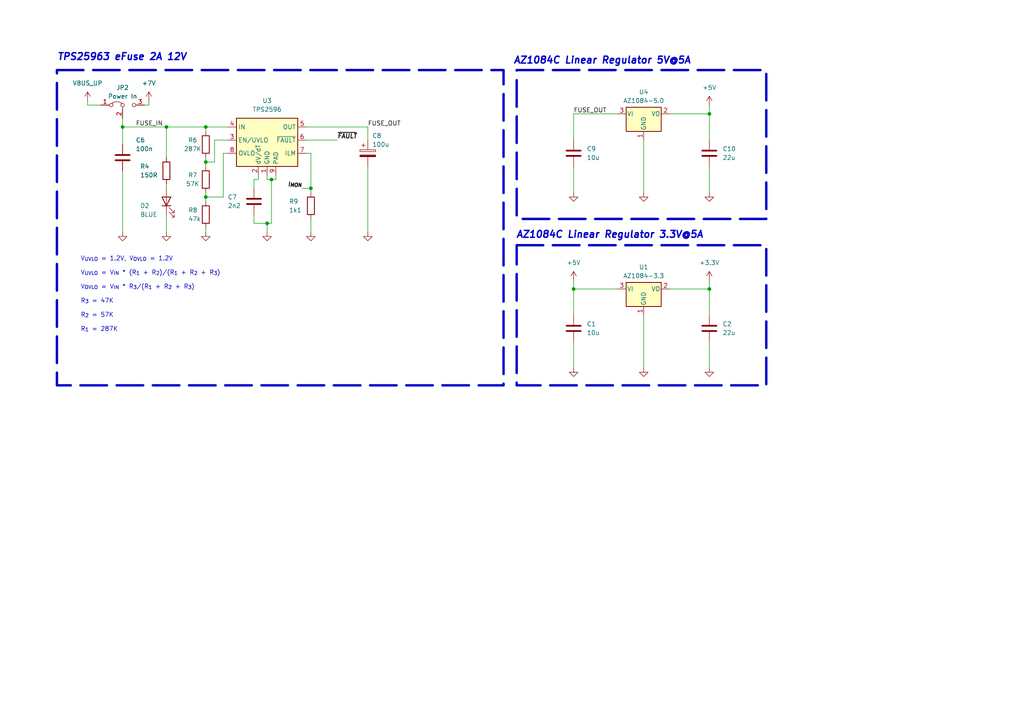
<source format=kicad_sch>
(kicad_sch (version 20231120) (generator "eeschema") (generator_version "8.0")
  (paper "A4")
  (lib_symbols
    (symbol "Device:C" (pin_numbers hide) (pin_names (offset 0.254))
      (property "Reference" "C" (at 0.635 2.54 0))
      (property "Value" "C" (at 0.635 -2.54 0))
      (symbol "C_0_1"
        (polyline (pts (xy -2.032 -0.762) (xy 2.032 -0.762)) (stroke (width 0.508)))
        (polyline (pts (xy -2.032 0.762) (xy 2.032 0.762)) (stroke (width 0.508)))
      )
      (symbol "C_1_1"
        (pin passive line (at 0 3.81 270) (length 2.794) (name "~") (number "1"))
        (pin passive line (at 0 -3.81 90) (length 2.794) (name "~") (number "2"))
      )
    )
    (symbol "Device:C_Polarized" (pin_numbers hide) (pin_names (offset 0.254))
      (property "Reference" "C" (at 0.635 2.54 0))
      (property "Value" "C_Polarized" (at 0.635 -2.54 0))
      (symbol "C_Polarized_0_1"
        (rectangle (start -2.286 0.508) (end 2.286 1.016))
        (polyline (pts (xy -1.778 2.286) (xy -0.762 2.286)))
        (polyline (pts (xy -1.27 2.794) (xy -1.27 1.778)))
        (rectangle (start 2.286 -0.508) (end -2.286 -1.016) (fill (type outline)))
      )
      (symbol "C_Polarized_1_1"
        (pin passive line (at 0 3.81 270) (length 2.794) (name "~") (number "1"))
        (pin passive line (at 0 -3.81 90) (length 2.794) (name "~") (number "2"))
      )
    )
    (symbol "Device:LED" (pin_numbers hide) (pin_names (offset 1.016) hide)
      (property "Reference" "D" (at 0 2.54 0))
      (property "Value" "LED" (at 0 -2.54 0))
      (symbol "LED_0_1"
        (polyline (pts (xy -1.27 -1.27) (xy -1.27 1.27)) (stroke (width 0.254)))
        (polyline (pts (xy -1.27 0) (xy 1.27 0)))
        (polyline (pts (xy 1.27 -1.27) (xy 1.27 1.27) (xy -1.27 0) (xy 1.27 -1.27)) (stroke (width 0.254)))
        (polyline (pts (xy -3.048 -0.762) (xy -4.572 -2.286) (xy -3.81 -2.286) (xy -4.572 -2.286) (xy -4.572 -1.524)))
        (polyline (pts (xy -1.778 -0.762) (xy -3.302 -2.286) (xy -2.54 -2.286) (xy -3.302 -2.286) (xy -3.302 -1.524)))
      )
      (symbol "LED_1_1"
        (pin passive line (at -3.81 0 0) (length 2.54) (name "K") (number "1"))
        (pin passive line (at 3.81 0 180) (length 2.54) (name "A") (number "2"))
      )
    )
    (symbol "Device:R" (pin_numbers hide) (pin_names (offset 0))
      (property "Reference" "R" (at 2.032 0 90))
      (property "Value" "R" (at 0 0 90))
      (symbol "R_0_1"
        (rectangle (start -1.016 -2.54) (end 1.016 2.54) (stroke (width 0.254)))
      )
      (symbol "R_1_1"
        (pin passive line (at 0 3.81 270) (length 1.27) (name "~") (number "1"))
        (pin passive line (at 0 -3.81 90) (length 1.27) (name "~") (number "2"))
      )
    )
    (symbol "H2_Parts:TPS2596"
      (property "Reference" "U" (at 0 11.43 0))
      (property "Value" "TPS2596" (at 0 8.89 0))
      (symbol "TPS2596_0_1"
        (rectangle (start -8.89 6.35) (end 8.89 -7.62) (stroke (width 0.254)) (fill (type background)))
      )
      (symbol "TPS2596_1_1"
        (pin power_in line (at 0 -10.16 90) (length 2.54) (name "GND") (number "1"))
        (pin input line (at -2.54 -10.16 90) (length 2.54) (name "dV/dT") (number "2"))
        (pin input line (at -11.43 0 0) (length 2.54) (name "EN/UVLO") (number "3"))
        (pin power_in line (at -11.43 3.81 0) (length 2.54) (name "IN") (number "4"))
        (pin power_out line (at 11.43 3.81 180) (length 2.54) (name "OUT") (number "5"))
        (pin output line (at 11.43 0 180) (length 2.54) (name "~{FAULT}") (number "6"))
        (pin input line (at 11.43 -3.81 180) (length 2.54) (name "ILM") (number "7"))
        (pin input line (at -11.43 -3.81 0) (length 2.54) (name "OVLO") (number "8"))
        (pin input line (at 2.54 -10.16 90) (length 2.54) (name "PAD") (number "9"))
      )
    )
    (symbol "Jumper:Jumper_3_Bridged12" (pin_names (offset 0) hide)
      (property "Reference" "JP" (at -2.54 -2.54 0))
      (property "Value" "Jumper_3_Bridged12" (at 0 2.794 0))
      (symbol "Jumper_3_Bridged12_0_0"
        (circle (center -3.302 0) (radius 0.508))
        (circle (center 0 0) (radius 0.508))
        (circle (center 3.302 0) (radius 0.508))
      )
      (symbol "Jumper_3_Bridged12_0_1"
        (arc (start -0.254 0.508) (mid -1.651 0.9912) (end -3.048 0.508))
        (polyline (pts (xy 0 -1.27) (xy 0 -0.508)))
      )
      (symbol "Jumper_3_Bridged12_1_1"
        (pin passive line (at -6.35 0 0) (length 2.54) (name "A") (number "1"))
        (pin passive line (at 0 -3.81 90) (length 2.54) (name "C") (number "2"))
        (pin passive line (at 6.35 0 180) (length 2.54) (name "B") (number "3"))
      )
    )
    (symbol "RF_Parts:+12V_UP" (power) (pin_names (offset 0))
      (property "Value" "+12V_UP" (at 0 3.556 0))
      (symbol "+12V_UP_0_1"
        (polyline (pts (xy -0.762 1.27) (xy 0 2.54)))
        (polyline (pts (xy 0 0) (xy 0 2.54)))
        (polyline (pts (xy 0 2.54) (xy 0.762 1.27)))
      )
      (symbol "+12V_UP_1_1"
        (pin power_in line (at 0 0 90) (length 0) hide (name "+12V") (number "1"))
      )
    )
    (symbol "RF_Parts:VBUS_UP" (power) (pin_names (offset 0))
      (property "Value" "VBUS_UP" (at 0 3.556 0))
      (symbol "VBUS_UP_0_1"
        (polyline (pts (xy -0.762 1.27) (xy 0 2.54)))
        (polyline (pts (xy 0 0) (xy 0 2.54)))
        (polyline (pts (xy 0 2.54) (xy 0.762 1.27)))
      )
      (symbol "VBUS_UP_1_1"
        (pin power_in line (at 0 0 90) (length 0) hide (name "VBUS_UP") (number "1"))
      )
    )
    (symbol "Regulator_Linear:AZ1084-3.3" (pin_names (offset 0.254))
      (property "Reference" "U" (at -3.81 3.175 0))
      (property "Value" "AZ1084-3.3" (at 0 3.175 0))
      (symbol "AZ1084-3.3_0_1"
        (rectangle (start -5.08 1.905) (end 5.08 -5.08) (stroke (width 0.254)) (fill (type background)))
      )
      (symbol "AZ1084-3.3_1_1"
        (pin power_in line (at 0 -7.62 90) (length 2.54) (name "GND") (number "1"))
        (pin power_out line (at 7.62 0 180) (length 2.54) (name "VO") (number "2"))
        (pin power_in line (at -7.62 0 0) (length 2.54) (name "VI") (number "3"))
      )
    )
    (symbol "Regulator_Linear:AZ1084-5.0" (pin_names (offset 0.254))
      (property "Reference" "U" (at -3.81 3.175 0))
      (property "Value" "AZ1084-5.0" (at 0 3.175 0))
      (symbol "AZ1084-5.0_0_1"
        (rectangle (start -5.08 1.905) (end 5.08 -5.08) (stroke (width 0.254)) (fill (type background)))
      )
      (symbol "AZ1084-5.0_1_1"
        (pin power_in line (at 0 -7.62 90) (length 2.54) (name "GND") (number "1"))
        (pin power_out line (at 7.62 0 180) (length 2.54) (name "VO") (number "2"))
        (pin power_in line (at -7.62 0 0) (length 2.54) (name "VI") (number "3"))
      )
    )
    (symbol "power:+3.3V" (power) (pin_numbers hide) (pin_names (offset 0) hide)
      (property "Value" "+3.3V" (at 0 3.556 0))
      (symbol "+3.3V_0_1"
        (polyline (pts (xy -0.762 1.27) (xy 0 2.54)))
        (polyline (pts (xy 0 0) (xy 0 2.54)))
        (polyline (pts (xy 0 2.54) (xy 0.762 1.27)))
      )
      (symbol "+3.3V_1_1"
        (pin power_in line (at 0 0 90) (length 0) (name "~") (number "1"))
      )
    )
    (symbol "power:+5V" (power) (pin_numbers hide) (pin_names (offset 0) hide)
      (property "Value" "+5V" (at 0 3.556 0))
      (symbol "+5V_0_1"
        (polyline (pts (xy -0.762 1.27) (xy 0 2.54)))
        (polyline (pts (xy 0 0) (xy 0 2.54)))
        (polyline (pts (xy 0 2.54) (xy 0.762 1.27)))
      )
      (symbol "+5V_1_1"
        (pin power_in line (at 0 0 90) (length 0) (name "~") (number "1"))
      )
    )
    (symbol "power:GND" (power) (pin_names (offset 0))
      (property "Value" "GND" (at 0 -3.81 0))
      (symbol "GND_0_1"
        (polyline (pts (xy 0 0) (xy 0 -1.27) (xy 1.27 -1.27) (xy 0 -2.54) (xy -1.27 -1.27) (xy 0 -1.27)))
      )
      (symbol "GND_1_1"
        (pin power_in line (at 0 0 270) (length 0) hide (name "GND") (number "1"))
      )
    )
  )
  (junction (at 205.74 33.02))
  (junction (at 59.69 36.83))
  (junction (at 59.69 57.15))
  (junction (at 90.17 54.61))
  (junction (at 59.69 46.99))
  (junction (at 205.74 83.82))
  (junction (at 78.74 52.07))
  (junction (at 35.56 36.83))
  (junction (at 166.37 83.82))
  (junction (at 77.47 64.77))
  (junction (at 48.26 36.83))
  (wire (pts (xy 77.47 64.77) (xy 77.47 67.31)))
  (wire (pts (xy 35.56 36.83) (xy 35.56 41.91)))
  (wire (pts (xy 73.66 52.07) (xy 74.93 52.07)))
  (wire (pts (xy 78.74 64.77) (xy 77.47 64.77)))
  (wire (pts (xy 35.56 36.83) (xy 48.26 36.83)))
  (wire (pts (xy 166.37 81.28) (xy 166.37 83.82)))
  (wire (pts (xy 48.26 53.34) (xy 48.26 54.61)))
  (wire (pts (xy 74.93 52.07) (xy 74.93 50.8)))
  (wire (pts (xy 59.69 57.15) (xy 64.77 57.15)))
  (wire (pts (xy 73.66 62.23) (xy 73.66 64.77)))
  (wire (pts (xy 166.37 99.06) (xy 166.37 106.68)))
  (wire (pts (xy 90.17 63.5) (xy 90.17 67.31)))
  (wire (pts (xy 166.37 40.64) (xy 166.37 33.02)))
  (wire (pts (xy 186.69 91.44) (xy 186.69 106.68)))
  (wire (pts (xy 205.74 99.06) (xy 205.74 106.68)))
  (wire (pts (xy 186.69 40.64) (xy 186.69 55.88)))
  (wire (pts (xy 43.18 30.48) (xy 41.91 30.48)))
  (wire (pts (xy 194.31 83.82) (xy 205.74 83.82)))
  (wire (pts (xy 48.26 36.83) (xy 59.69 36.83)))
  (wire (pts (xy 205.74 48.26) (xy 205.74 55.88)))
  (wire (pts (xy 166.37 33.02) (xy 179.07 33.02)))
  (wire (pts (xy 59.69 45.72) (xy 59.69 46.99)))
  (wire (pts (xy 78.74 52.07) (xy 77.47 52.07)))
  (wire (pts (xy 166.37 83.82) (xy 179.07 83.82)))
  (wire (pts (xy 205.74 81.28) (xy 205.74 83.82)))
  (wire (pts (xy 59.69 46.99) (xy 59.69 48.26)))
  (wire (pts (xy 166.37 48.26) (xy 166.37 55.88)))
  (wire (pts (xy 43.18 29.21) (xy 43.18 30.48)))
  (wire (pts (xy 59.69 66.04) (xy 59.69 67.31)))
  (wire (pts (xy 205.74 30.48) (xy 205.74 33.02)))
  (wire (pts (xy 166.37 91.44) (xy 166.37 83.82)))
  (wire (pts (xy 87.63 54.61) (xy 90.17 54.61)))
  (wire (pts (xy 90.17 54.61) (xy 90.17 55.88)))
  (wire (pts (xy 73.66 64.77) (xy 77.47 64.77)))
  (wire (pts (xy 48.26 62.23) (xy 48.26 67.31)))
  (wire (pts (xy 90.17 44.45) (xy 88.9 44.45)))
  (wire (pts (xy 25.4 29.21) (xy 25.4 30.48)))
  (wire (pts (xy 66.04 40.64) (xy 62.23 40.64)))
  (wire (pts (xy 106.68 48.26) (xy 106.68 67.31)))
  (wire (pts (xy 205.74 83.82) (xy 205.74 91.44)))
  (wire (pts (xy 73.66 52.07) (xy 73.66 54.61)))
  (wire (pts (xy 59.69 38.1) (xy 59.69 36.83)))
  (wire (pts (xy 88.9 36.83) (xy 106.68 36.83)))
  (wire (pts (xy 78.74 52.07) (xy 78.74 64.77)))
  (wire (pts (xy 80.01 52.07) (xy 80.01 50.8)))
  (wire (pts (xy 48.26 36.83) (xy 48.26 45.72)))
  (wire (pts (xy 64.77 44.45) (xy 66.04 44.45)))
  (wire (pts (xy 194.31 33.02) (xy 205.74 33.02)))
  (wire (pts (xy 205.74 33.02) (xy 205.74 40.64)))
  (wire (pts (xy 78.74 52.07) (xy 80.01 52.07)))
  (wire (pts (xy 59.69 57.15) (xy 59.69 55.88)))
  (wire (pts (xy 90.17 44.45) (xy 90.17 54.61)))
  (wire (pts (xy 25.4 30.48) (xy 29.21 30.48)))
  (wire (pts (xy 35.56 49.53) (xy 35.56 67.31)))
  (wire (pts (xy 59.69 46.99) (xy 62.23 46.99)))
  (wire (pts (xy 59.69 36.83) (xy 66.04 36.83)))
  (wire (pts (xy 106.68 36.83) (xy 106.68 40.64)))
  (wire (pts (xy 59.69 58.42) (xy 59.69 57.15)))
  (wire (pts (xy 35.56 36.83) (xy 35.56 34.29)))
  (wire (pts (xy 88.9 40.64) (xy 97.79 40.64)))
  (wire (pts (xy 77.47 52.07) (xy 77.47 50.8)))
  (wire (pts (xy 62.23 40.64) (xy 62.23 46.99)))
  (wire (pts (xy 64.77 57.15) (xy 64.77 44.45)))
  (rectangle (start 149.86 20.32) (end 222.25 63.5) (stroke (width 0.7) (type dash)))
  (rectangle (start 16.51 20.32) (end 146.05 111.76) (stroke (width 0.7) (type dash)))
  (rectangle (start 149.86 71.12) (end 222.25 111.76) (stroke (width 0.7) (type dash)))
  (text "AZ1084C Linear Regulator 5V@5A" (at 148.844 18.796 0) (effects (font (size 2 2) (thickness 0.4) (bold yes) (italic yes)) (justify left bottom)))
  (text "V_{UVLO} = 1.2V, V_{OVLO} = 1.2V\n\nV_{UVLO} = V_{IN} * (R_{1} + R_{2})/(R_{1} + R_{2} + R_{3})\n\nV_{OVLO} = V_{IN} * R_{3}/(R_{1} + R_{2} + R_{3})\n\nR_{3} = 47K\n\nR_{2} = 57K\n\nR_{1} = 287K\n" (at 23.368 85.344 0) (effects (font (size 1.27 1.27)) (justify left)))
  (text "AZ1084C Linear Regulator 3.3V@5A" (at 149.606 69.342 0) (effects (font (size 2 2) (thickness 0.4) (bold yes) (italic yes)) (justify left bottom)))
  (text "TPS25963 eFuse 2A 12V" (at 16.51 17.78 0) (effects (font (size 2 2) (thickness 0.4) (bold yes) (italic yes)) (justify left bottom)))
  (label "FUSE_IN" (at 39.37 36.83 0))
  (label "FUSE_OUT" (at 166.37 33.02 0))
  (label "~{FAULT}" (at 97.79 40.64 0) (effects (font (bold yes) (italic yes))))
  (label "FUSE_OUT" (at 106.68 36.83 0))
  (label "I_{MON}" (at 87.63 54.61 180) (effects (font (bold yes) (italic yes))))
  (symbol (lib_id "power:GND") (at 205.74 55.88 0) (unit 1)
    (property "Reference" "#PWR024" (effects (hide yes)))
    (property "Value" "GND" (effects (hide yes)))
  )
  (symbol (lib_id "Device:R") (at 59.69 52.07 0) (unit 1)
    (property "Reference" "R7" (at 55.88 50.8 0))
    (property "Value" "57K" (at 55.88 53.34 0))
    (property "Footprint" "Resistor_SMD:R_0603_1608Metric" (effects (hide yes)))
    (property "LCSC #" "C170688" (effects (hide yes)))
    (property "DK #" "311-88.7KLRCT-ND" (effects (hide yes)))
  )
  (symbol (lib_id "power:GND") (at 186.69 106.68 0) (unit 1)
    (property "Reference" "#PWR02" (effects (hide yes)))
    (property "Value" "GND" (effects (hide yes)))
  )
  (symbol (lib_id "power:GND") (at 106.68 67.31 0) (unit 1)
    (property "Reference" "#PWR020" (effects (hide yes)))
    (property "Value" "GND" (effects (hide yes)))
  )
  (symbol (lib_id "power:+5V") (at 205.74 30.48 0) (unit 1)
    (property "Reference" "#PWR023" (effects (hide yes)))
    (property "Value" "+5V" (at 205.74 25.4 0))
    (property "Description" "Power symbol creates a global label with name \"+5V\"" (effects (hide yes)))
  )
  (symbol (lib_id "power:GND") (at 205.74 106.68 0) (unit 1)
    (property "Reference" "#PWR04" (effects (hide yes)))
    (property "Value" "GND" (effects (hide yes)))
  )
  (symbol (lib_id "power:+3.3V") (at 205.74 81.28 0) (unit 1)
    (property "Reference" "#PWR05" (effects (hide yes)))
    (property "Value" "+3.3V" (at 205.74 76.2 0))
    (property "Description" "Power symbol creates a global label with name \"+3.3V\"" (effects (hide yes)))
  )
  (symbol (lib_id "Device:C") (at 205.74 44.45 0) (unit 1)
    (property "Reference" "C10" (at 209.55 43.1799 0) (effects (justify left)))
    (property "Value" "22u" (at 209.55 45.7199 0) (effects (justify left)))
    (property "Description" "Unpolarized capacitor" (effects (hide yes)))
  )
  (symbol (lib_id "RF_Parts:VBUS_UP") (at 25.4 29.21 0) (unit 1)
    (property "Reference" "#PWR013" (effects (hide yes)))
    (property "Value" "VBUS_UP" (at 25.4 24.13 0))
  )
  (symbol (lib_id "Jumper:Jumper_3_Bridged12") (at 35.56 30.48 0) (unit 1)
    (property "Reference" "JP2" (at 35.56 25.4 0))
    (property "Value" "Power In" (at 35.56 27.94 0))
    (property "Footprint" "Connector_PinHeader_2.54mm:PinHeader_1x03_P2.54mm_Vertical" (effects (hide yes)))
  )
  (symbol (lib_id "Device:R") (at 48.26 49.53 0) (unit 1)
    (property "Reference" "R4" (at 40.64 48.26 0) (effects (justify left)))
    (property "Value" "150R" (at 40.64 50.8 0) (effects (justify left)))
    (property "Footprint" "Resistor_SMD:R_0603_1608Metric" (effects (hide yes)))
    (property "JLCPCB Part#(optional)" "C22808" (effects (hide yes)))
    (property "LCSC #" "C22808" (effects (hide yes)))
    (property "DK #" "311-150HRCT-ND" (effects (hide yes)))
    (property "PCBA" "-" (effects (hide yes)))
  )
  (symbol (lib_id "Device:C_Polarized") (at 106.68 44.45 0) (unit 1)
    (property "Reference" "C8" (at 107.95 39.37 0) (effects (justify left)))
    (property "Value" "100u" (at 107.95 41.91 0) (effects (justify left)))
    (property "Footprint" "Capacitor_SMD:CP_Elec_6.3x5.9" (effects (hide yes)))
    (property "DK #" "399-A766EB127M0JLAE022CT-ND" (effects (hide yes)))
  )
  (symbol (lib_id "Device:C") (at 205.74 95.25 0) (unit 1)
    (property "Reference" "C2" (at 209.55 93.9799 0) (effects (justify left)))
    (property "Value" "22u" (at 209.55 96.5199 0) (effects (justify left)))
    (property "Description" "Unpolarized capacitor" (effects (hide yes)))
  )
  (symbol (lib_id "Regulator_Linear:AZ1084-3.3") (at 186.69 83.82 0) (unit 1)
    (property "Reference" "U1" (at 186.69 77.47 0))
    (property "Value" "AZ1084-3.3" (at 186.69 80.01 0))
    (property "Datasheet" "https://www.diodes.com/assets/Datasheets/AZ1084.pdf" (effects (hide yes)))
    (property "Description" "5A 12V Fixed LDO Linear Regulator, 1.5V, TO-220/TO-252/TO-263" (effects (hide yes)))
  )
  (symbol (lib_id "power:+5V") (at 166.37 81.28 0) (unit 1)
    (property "Reference" "#PWR03" (effects (hide yes)))
    (property "Value" "+5V" (at 166.37 76.2 0))
    (property "Description" "Power symbol creates a global label with name \"+5V\"" (effects (hide yes)))
  )
  (symbol (lib_id "Device:R") (at 90.17 59.69 0) (unit 1)
    (property "Reference" "R9" (at 83.82 58.42 0) (effects (justify left)))
    (property "Value" "1k1" (at 83.82 60.96 0) (effects (justify left)))
    (property "Footprint" "Resistor_SMD:R_0603_1608Metric" (effects (hide yes)))
    (property "JLCPCB Part#(optional)" "C22764" (effects (hide yes)))
    (property "LCSC #" "C22764" (effects (hide yes)))
    (property "DK #" "RMCF0603FT464RCT-ND" (effects (hide yes)))
    (property "PCBA" "-" (effects (hide yes)))
  )
  (symbol (lib_id "Device:C") (at 73.66 58.42 0) (unit 1)
    (property "Reference" "C7" (at 66.04 57.15 0) (effects (justify left)))
    (property "Value" "2n2" (at 66.04 59.69 0) (effects (justify left)))
    (property "Footprint" "Capacitor_SMD:C_0603_1608Metric" (effects (hide yes)))
    (property "JLCPCB Part#(optional)" "C1604" (effects (hide yes)))
    (property "LCSC #" "C1604" (effects (hide yes)))
    (property "DK #" "1276-1000-1-ND" (effects (hide yes)))
    (property "PCBA" "-" (effects (hide yes)))
  )
  (symbol (lib_id "Device:R") (at 59.69 41.91 180) (unit 1)
    (property "Reference" "R6" (at 55.88 40.64 0))
    (property "Value" "287K" (at 55.88 43.18 0))
    (property "Footprint" "Resistor_SMD:R_0603_1608Metric" (effects (hide yes)))
    (property "LCSC #" "C25815" (effects (hide yes)))
    (property "DK #" "RMCF0603FT374KCT-ND" (effects (hide yes)))
  )
  (symbol (lib_id "Device:LED") (at 48.26 58.42 90) (unit 1)
    (property "Reference" "D2" (at 40.64 59.69 90) (effects (justify right)))
    (property "Value" "BLUE" (at 40.64 62.23 90) (effects (justify right)))
    (property "Footprint" "LED_SMD:LED_0603_1608Metric" (effects (hide yes)))
    (property "JLCPCB Part#(optional)" "C72041" (effects (hide yes)))
    (property "LCSC #" "C72041" (effects (hide yes)))
    (property "DK #" "160-1647-1-ND" (effects (hide yes)))
    (property "PCBA" "-" (effects (hide yes)))
  )
  (symbol (lib_id "Regulator_Linear:AZ1084-5.0") (at 186.69 33.02 0) (unit 1)
    (property "Reference" "U4" (at 186.69 26.67 0))
    (property "Value" "AZ1084-5.0" (at 186.69 29.21 0))
    (property "Datasheet" "https://www.diodes.com/assets/Datasheets/AZ1084C.pdf" (effects (hide yes)))
    (property "Description" "5A 12V Fixed LDO Linear Regulator, 1.5V, TO-220/TO-252/TO-263" (effects (hide yes)))
    (property "DK#" "31-AZ1084CD-5.0TRG1CT-ND" (effects (hide yes)))
  )
  (symbol (lib_id "Device:C") (at 35.56 45.72 0) (unit 1)
    (property "Reference" "C6" (at 39.37 40.64 0) (effects (justify left)))
    (property "Value" "100n" (at 39.37 43.18 0) (effects (justify left)))
    (property "Footprint" "Capacitor_SMD:C_0603_1608Metric" (effects (hide yes)))
    (property "JLCPCB Part#(optional)" "C14663" (effects (hide yes)))
    (property "LCSC #" "C14663" (effects (hide yes)))
    (property "DK #" "1276-1000-1-ND" (effects (hide yes)))
    (property "PCBA" "-" (effects (hide yes)))
  )
  (symbol (lib_id "power:GND") (at 48.26 67.31 0) (unit 1)
    (property "Reference" "#PWR016" (effects (hide yes)))
    (property "Value" "GND" (effects (hide yes)))
  )
  (symbol (lib_id "power:GND") (at 166.37 106.68 0) (unit 1)
    (property "Reference" "#PWR01" (effects (hide yes)))
    (property "Value" "GND" (effects (hide yes)))
  )
  (symbol (lib_id "power:GND") (at 35.56 67.31 0) (unit 1)
    (property "Reference" "#PWR014" (effects (hide yes)))
    (property "Value" "GND" (effects (hide yes)))
  )
  (symbol (lib_id "H2_Parts:TPS2596") (at 77.47 40.64 0) (unit 1)
    (property "Reference" "U3" (at 77.47 29.21 0))
    (property "Value" "TPS2596" (at 77.47 31.75 0))
    (property "Footprint" "Package_SO:TI_SO-PowerPAD-8" (effects (hide yes)))
    (property "Datasheet" "https://www.ti.com/lit/gpn/tps2596" (effects (hide yes)))
    (property "DK #" "296-TPS259631DDARCT-ND" (effects (hide yes)))
  )
  (symbol (lib_id "Device:C") (at 166.37 95.25 0) (unit 1)
    (property "Reference" "C1" (at 170.18 93.9799 0) (effects (justify left)))
    (property "Value" "10u" (at 170.18 96.5199 0) (effects (justify left)))
    (property "Description" "Unpolarized capacitor" (effects (hide yes)))
  )
  (symbol (lib_id "power:GND") (at 77.47 67.31 0) (unit 1)
    (property "Reference" "#PWR018" (effects (hide yes)))
    (property "Value" "GND" (effects (hide yes)))
  )
  (symbol (lib_id "RF_Parts:+12V_UP") (at 43.18 29.21 0) (unit 1)
    (property "Reference" "#PWR015" (effects (hide yes)))
    (property "Value" "+7V" (at 43.18 24.13 0))
  )
  (symbol (lib_id "Device:C") (at 166.37 44.45 0) (unit 1)
    (property "Reference" "C9" (at 170.18 43.1799 0) (effects (justify left)))
    (property "Value" "10u" (at 170.18 45.7199 0) (effects (justify left)))
    (property "Description" "Unpolarized capacitor" (effects (hide yes)))
  )
  (symbol (lib_id "power:GND") (at 166.37 55.88 0) (unit 1)
    (property "Reference" "#PWR021" (effects (hide yes)))
    (property "Value" "GND" (effects (hide yes)))
  )
  (symbol (lib_id "power:GND") (at 59.69 67.31 0) (unit 1)
    (property "Reference" "#PWR017" (effects (hide yes)))
    (property "Value" "GND" (effects (hide yes)))
  )
  (symbol (lib_id "power:GND") (at 90.17 67.31 0) (unit 1)
    (property "Reference" "#PWR019" (effects (hide yes)))
    (property "Value" "GND" (effects (hide yes)))
  )
  (symbol (lib_id "power:GND") (at 186.69 55.88 0) (unit 1)
    (property "Reference" "#PWR022" (effects (hide yes)))
    (property "Value" "GND" (effects (hide yes)))
  )
  (symbol (lib_id "Device:R") (at 59.69 62.23 0) (unit 1)
    (property "Reference" "R8" (at 54.61 60.96 0) (effects (justify left)))
    (property "Value" "47k" (at 54.61 63.5 0) (effects (justify left)))
    (property "Footprint" "Resistor_SMD:R_0603_1608Metric" (effects (hide yes)))
    (property "JLCPCB Part#(optional)" "C25819" (effects (hide yes)))
    (property "LCSC #" "C25819" (effects (hide yes)))
    (property "DK #" "311-47.0KHRCT-ND" (effects (hide yes)))
    (property "PCBA" "-" (effects (hide yes)))
  )
)
</source>
